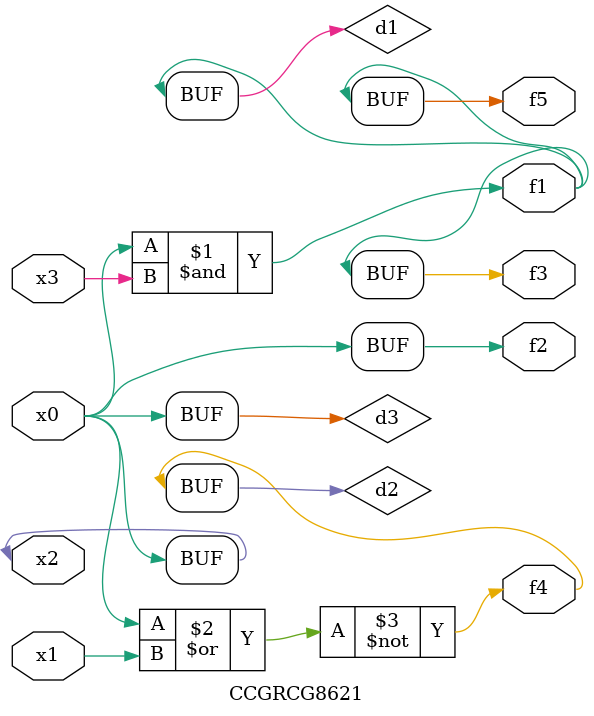
<source format=v>
module CCGRCG8621(
	input x0, x1, x2, x3,
	output f1, f2, f3, f4, f5
);

	wire d1, d2, d3;

	and (d1, x2, x3);
	nor (d2, x0, x1);
	buf (d3, x0, x2);
	assign f1 = d1;
	assign f2 = d3;
	assign f3 = d1;
	assign f4 = d2;
	assign f5 = d1;
endmodule

</source>
